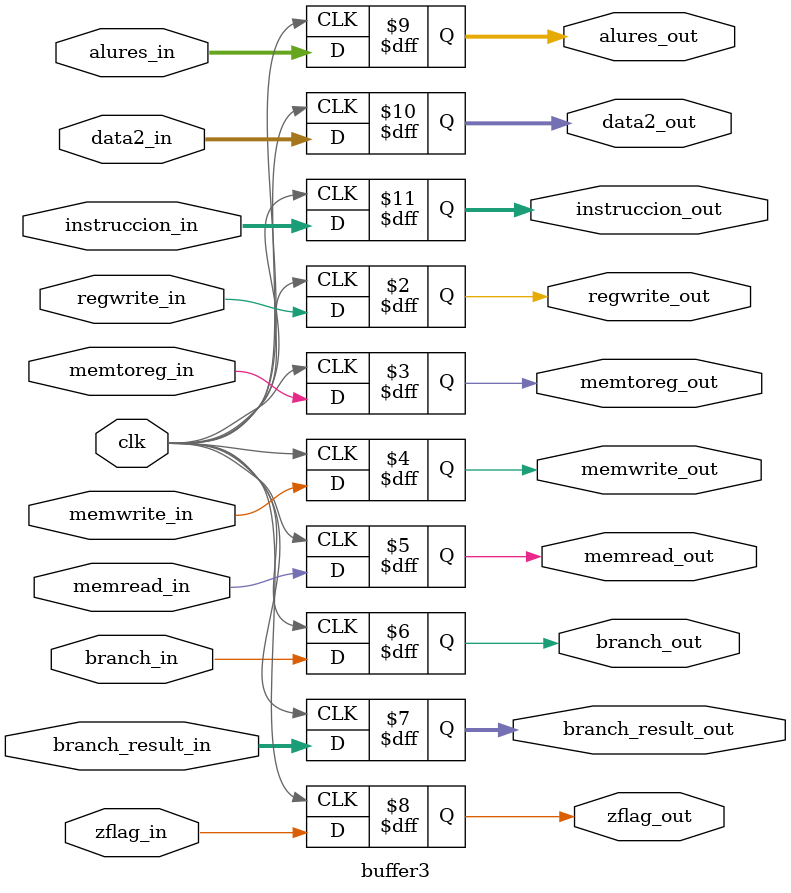
<source format=v>
module buffer3(
	input clk,
	input regwrite_in,
	input memtoreg_in,
	input memwrite_in,
	input memread_in,
	input branch_in,
	input[31:0]branch_result_in,
	input zflag_in,
	input[31:0]alures_in,
	input[31:0]data2_in,
	input[4:0]instruccion_in,
	
	output reg regwrite_out,
	output reg memtoreg_out,
	output reg memwrite_out,
	output reg memread_out,
	output reg branch_out,
	output reg [31:0]branch_result_out,
	output reg zflag_out,
	output reg [31:0]alures_out,
	output reg [31:0]data2_out,
	output reg [4:0]instruccion_out
);
always @(posedge clk)
	begin
		regwrite_out = regwrite_in;
		memtoreg_out = memtoreg_in;
		memwrite_out = memwrite_in;
		memread_out = memread_in;
		branch_out = branch_in;
		branch_result_out = branch_result_in;
		zflag_out = zflag_in;
		alures_out = alures_in;
		data2_out = data2_in;
		instruccion_out = instruccion_in;
	end 
	
endmodule

</source>
